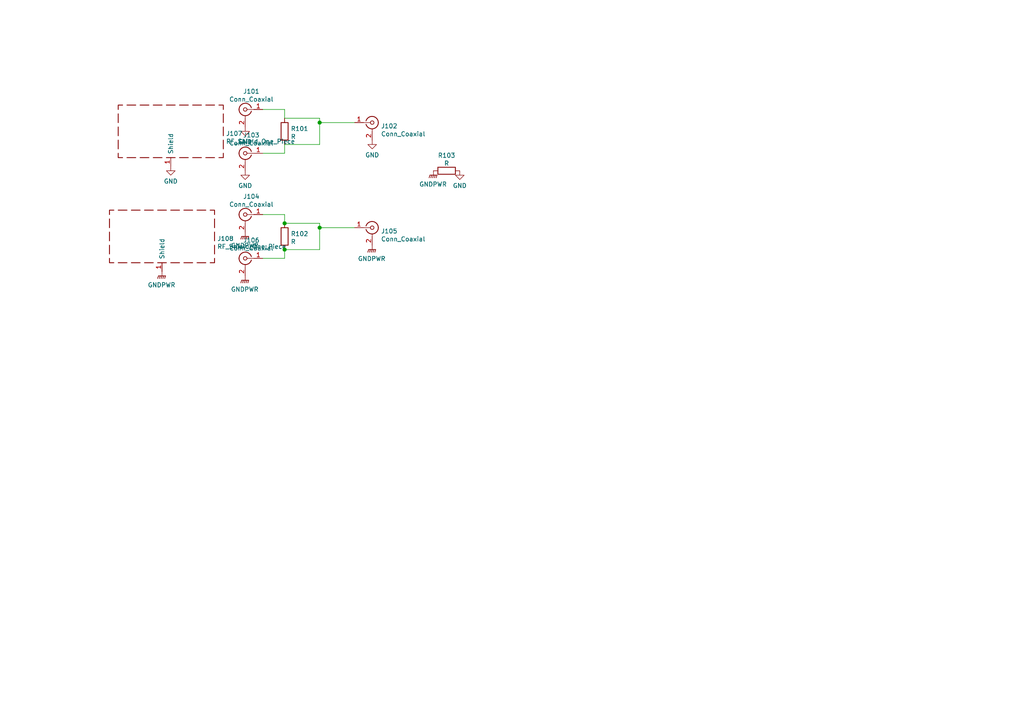
<source format=kicad_sch>
(kicad_sch (version 20210406) (generator eeschema)
  (paper "A4")
  (lib_symbols
    (symbol "Connector:Conn_Coaxial" (pin_names (offset 1.016) hide)
      (property "Reference" "J" (at 0.254 3.048 0))
      (property "Value" "Conn_Coaxial" (at 2.921 0 90))
      (symbol "Conn_Coaxial_0_1"
        (arc (start -1.778 0.508) (end 1.778 0) (radius (at -0.0508 0) (length 1.8034) (angles 163.6 0)) (stroke (width 0.254)))
        (arc (start 1.778 0) (end -1.778 -0.508) (radius (at -0.0254 0) (length 1.8034) (angles 0 -163.8)) (stroke (width 0.254)))
        (circle (center 0 0) (radius 0.508) (stroke (width 0.2032)))
        (polyline (pts (xy -2.54 0) (xy -0.508 0)))
        (polyline (pts (xy 0 -2.54) (xy 0 -1.778)))
      )
      (symbol "Conn_Coaxial_1_1"
        (pin passive line (at -5.08 0 0) (length 2.54) (name "In") (number "1"))
        (pin passive line (at 0 -5.08 90) (length 2.54) (name "Ext") (number "2"))
      )
    )
    (symbol "Device:R" (pin_numbers hide) (pin_names (offset 0))
      (property "Reference" "R" (at 2.032 0 90))
      (property "Value" "R" (at 0 0 90))
      (symbol "R_0_1"
        (rectangle (start -1.016 -2.54) (end 1.016 2.54) (stroke (width 0.254)))
      )
      (symbol "R_1_1"
        (pin passive line (at 0 3.81 270) (length 1.27) (name "~") (number "1"))
        (pin passive line (at 0 -3.81 90) (length 1.27) (name "~") (number "2"))
      )
    )
    (symbol "Device:RF_Shield_One_Piece" (pin_names (offset 1.016))
      (property "Reference" "J" (at 0 5.08 0))
      (property "Value" "RF_Shield_One_Piece" (at 0 2.54 0))
      (symbol "RF_Shield_One_Piece_0_1"
        (polyline (pts (xy -15.24 -5.08) (xy -15.24 -2.54)) (stroke (width 0.254)))
        (polyline (pts (xy -15.24 -1.27) (xy -15.24 1.27)) (stroke (width 0.254)))
        (polyline (pts (xy -15.24 2.54) (xy -15.24 5.08)) (stroke (width 0.254)))
        (polyline (pts (xy -12.7 7.62) (xy -10.16 7.62)) (stroke (width 0.254)))
        (polyline (pts (xy -10.16 -7.62) (xy -12.7 -7.62)) (stroke (width 0.254)))
        (polyline (pts (xy -6.35 -7.62) (xy -8.89 -7.62)) (stroke (width 0.254)))
        (polyline (pts (xy -6.35 7.62) (xy -8.89 7.62)) (stroke (width 0.254)))
        (polyline (pts (xy -2.54 -7.62) (xy -5.08 -7.62)) (stroke (width 0.254)))
        (polyline (pts (xy -2.54 7.62) (xy -5.08 7.62)) (stroke (width 0.254)))
        (polyline (pts (xy -1.27 -7.62) (xy 1.27 -7.62)) (stroke (width 0.254)))
        (polyline (pts (xy 1.27 7.62) (xy -1.27 7.62)) (stroke (width 0.254)))
        (polyline (pts (xy 2.54 -7.62) (xy 5.08 -7.62)) (stroke (width 0.254)))
        (polyline (pts (xy 5.08 7.62) (xy 2.54 7.62)) (stroke (width 0.254)))
        (polyline (pts (xy 6.35 -7.62) (xy 8.89 -7.62)) (stroke (width 0.254)))
        (polyline (pts (xy 8.89 7.62) (xy 6.35 7.62)) (stroke (width 0.254)))
        (polyline (pts (xy 10.16 -7.62) (xy 12.7 -7.62)) (stroke (width 0.254)))
        (polyline (pts (xy 12.7 7.62) (xy 10.16 7.62)) (stroke (width 0.254)))
        (polyline (pts (xy 15.24 -5.08) (xy 15.24 -2.54)) (stroke (width 0.254)))
        (polyline (pts (xy 15.24 -1.27) (xy 15.24 1.27)) (stroke (width 0.254)))
        (polyline (pts (xy 15.24 2.54) (xy 15.24 5.08)) (stroke (width 0.254)))
        (polyline (pts (xy -15.24 6.35) (xy -15.24 7.62) (xy -13.97 7.62)) (stroke (width 0.254)))
        (polyline (pts (xy -13.97 -7.62) (xy -15.24 -7.62) (xy -15.24 -6.35)) (stroke (width 0.254)))
        (polyline (pts (xy 13.97 -7.62) (xy 15.24 -7.62) (xy 15.24 -6.35)) (stroke (width 0.254)))
        (polyline (pts (xy 15.24 6.35) (xy 15.24 7.62) (xy 13.97 7.62)) (stroke (width 0.254)))
      )
      (symbol "RF_Shield_One_Piece_1_1"
        (pin passive line (at 0 -10.16 90) (length 2.54) (name "Shield") (number "1"))
      )
    )
    (symbol "power:GND" (power) (pin_names (offset 0))
      (property "Value" "GND" (at 0 -3.81 0))
      (symbol "GND_0_1"
        (polyline (pts (xy 0 0) (xy 0 -1.27) (xy 1.27 -1.27) (xy 0 -2.54) (xy -1.27 -1.27) (xy 0 -1.27)))
      )
      (symbol "GND_1_1"
        (pin power_in line (at 0 0 270) (length 0) hide (name "GND") (number "1"))
      )
    )
    (symbol "power:GNDPWR" (power) (pin_names (offset 0))
      (property "Value" "GNDPWR" (at 0 -3.302 0))
      (symbol "GNDPWR_0_1"
        (polyline (pts (xy 0 -1.27) (xy 0 0)))
        (polyline (pts (xy -1.016 -1.27) (xy -1.27 -2.032) (xy -1.27 -2.032)) (stroke (width 0.2032)))
        (polyline (pts (xy -0.508 -1.27) (xy -0.762 -2.032) (xy -0.762 -2.032)) (stroke (width 0.2032)))
        (polyline (pts (xy 0 -1.27) (xy -0.254 -2.032) (xy -0.254 -2.032)) (stroke (width 0.2032)))
        (polyline (pts (xy 0.508 -1.27) (xy 0.254 -2.032) (xy 0.254 -2.032)) (stroke (width 0.2032)))
        (polyline (pts (xy 1.016 -1.27) (xy -1.016 -1.27) (xy -1.016 -1.27)) (stroke (width 0.2032)))
        (polyline (pts (xy 1.016 -1.27) (xy 0.762 -2.032) (xy 0.762 -2.032) (xy 0.762 -2.032)) (stroke (width 0.2032)))
      )
      (symbol "GNDPWR_1_1"
        (pin power_in line (at 0 0 270) (length 0) hide (name "GNDPWR") (number "1"))
      )
    )
  )
  (junction (at 82.55 64.77) (diameter 1.016))
  (junction (at 82.55 72.39) (diameter 1.016))
  (junction (at 92.71 35.56) (diameter 1.016))
  (junction (at 92.71 66.04) (diameter 1.016))
  (wire (pts (xy 76.2 31.75) (xy 82.55 31.75)))
  (wire (pts (xy 76.2 62.23) (xy 82.55 62.23)))
  (wire (pts (xy 82.55 31.75) (xy 82.55 34.29)))
  (wire (pts (xy 82.55 34.29) (xy 92.71 34.29)))
  (wire (pts (xy 82.55 41.91) (xy 82.55 44.45)))
  (wire (pts (xy 82.55 44.45) (xy 76.2 44.45)))
  (wire (pts (xy 82.55 62.23) (xy 82.55 64.77)))
  (wire (pts (xy 82.55 64.77) (xy 92.71 64.77)))
  (wire (pts (xy 82.55 72.39) (xy 82.55 74.93)))
  (wire (pts (xy 82.55 74.93) (xy 76.2 74.93)))
  (wire (pts (xy 92.71 34.29) (xy 92.71 35.56)))
  (wire (pts (xy 92.71 35.56) (xy 92.71 41.91)))
  (wire (pts (xy 92.71 35.56) (xy 102.87 35.56)))
  (wire (pts (xy 92.71 41.91) (xy 82.55 41.91)))
  (wire (pts (xy 92.71 64.77) (xy 92.71 66.04)))
  (wire (pts (xy 92.71 66.04) (xy 92.71 72.39)))
  (wire (pts (xy 92.71 66.04) (xy 102.87 66.04)))
  (wire (pts (xy 92.71 72.39) (xy 82.55 72.39)))
  (symbol (lib_id "power:GNDPWR") (at 46.99 78.74 0) (unit 1)
    (property "Reference" "#PWR0109" (effects hide))
    (property "Value" "GNDPWR" (at 46.863 82.658 0))
  )
  (symbol (lib_id "power:GNDPWR") (at 71.12 67.31 0) (unit 1)
    (property "Reference" "#PWR0107" (effects hide))
    (property "Value" "GNDPWR" (at 70.993 71.228 0))
  )
  (symbol (lib_id "power:GNDPWR") (at 71.12 80.01 0) (unit 1)
    (property "Reference" "#PWR0110" (effects hide))
    (property "Value" "GNDPWR" (at 70.993 83.928 0))
  )
  (symbol (lib_id "power:GNDPWR") (at 107.95 71.12 0) (unit 1)
    (property "Reference" "#PWR0108" (effects hide))
    (property "Value" "GNDPWR" (at 107.823 75.038 0))
  )
  (symbol (lib_id "power:GNDPWR") (at 125.73 49.53 0) (unit 1)
    (property "Reference" "#PWR0105" (effects hide))
    (property "Value" "GNDPWR" (at 125.603 53.448 0))
  )
  (symbol (lib_id "power:GND") (at 49.53 48.26 0) (unit 1)
    (property "Reference" "#PWR0104" (effects hide))
    (property "Value" "GND" (at 49.53 52.5844 0))
  )
  (symbol (lib_id "power:GND") (at 71.12 36.83 0) (unit 1)
    (property "Reference" "#PWR0101" (effects hide))
    (property "Value" "GND" (at 71.12 41.1544 0))
  )
  (symbol (lib_id "power:GND") (at 71.12 49.53 0) (unit 1)
    (property "Reference" "#PWR0103" (effects hide))
    (property "Value" "GND" (at 71.12 53.8544 0))
  )
  (symbol (lib_id "power:GND") (at 107.95 40.64 0) (unit 1)
    (property "Reference" "#PWR0102" (effects hide))
    (property "Value" "GND" (at 107.95 44.9644 0))
  )
  (symbol (lib_id "power:GND") (at 133.35 49.53 0) (unit 1)
    (property "Reference" "#PWR0106" (effects hide))
    (property "Value" "GND" (at 133.35 53.8544 0))
  )
  (symbol (lib_id "Device:R") (at 82.55 38.1 0) (unit 1)
    (property "Reference" "R101" (at 84.3281 37.3391 0) (effects (justify left)))
    (property "Value" "R" (at 84.3281 39.6378 0) (effects (justify left)))
    (property "Footprint" "Resistor_SMD:R_0805_2012Metric" (effects hide))
  )
  (symbol (lib_id "Device:R") (at 82.55 68.58 0) (unit 1)
    (property "Reference" "R102" (at 84.3281 67.8191 0) (effects (justify left)))
    (property "Value" "R" (at 84.3281 70.1178 0) (effects (justify left)))
    (property "Footprint" "Resistor_SMD:R_0805_2012Metric" (effects hide))
  )
  (symbol (lib_id "Device:R") (at 129.54 49.53 90) (unit 1)
    (property "Reference" "R103" (at 129.54 45.0808 90))
    (property "Value" "R" (at 129.54 47.3795 90))
    (property "Footprint" "Resistor_SMD:R_0805_2012Metric" (effects hide))
  )
  (symbol (lib_id "Connector:Conn_Coaxial") (at 71.12 31.75 0) (mirror y) (unit 1)
    (property "Reference" "J101" (at 72.898 26.5134 0))
    (property "Value" "Conn_Coaxial" (at 72.898 28.8121 0))
    (property "Footprint" "Connector_Coaxial:SMA_Amphenol_132134-10_Vertical" (effects hide))
    (property "Datasheet" " ~" (effects hide))
  )
  (symbol (lib_id "Connector:Conn_Coaxial") (at 71.12 44.45 0) (mirror y) (unit 1)
    (property "Reference" "J103" (at 72.898 39.2134 0))
    (property "Value" "Conn_Coaxial" (at 72.898 41.5121 0))
    (property "Footprint" "Connector_Coaxial:SMA_Amphenol_132134-10_Vertical" (effects hide))
    (property "Datasheet" " ~" (effects hide))
  )
  (symbol (lib_id "Connector:Conn_Coaxial") (at 71.12 62.23 0) (mirror y) (unit 1)
    (property "Reference" "J104" (at 72.898 56.9934 0))
    (property "Value" "Conn_Coaxial" (at 72.898 59.2921 0))
    (property "Footprint" "Connector_Coaxial:SMA_Amphenol_132134-10_Vertical" (effects hide))
    (property "Datasheet" " ~" (effects hide))
  )
  (symbol (lib_id "Connector:Conn_Coaxial") (at 71.12 74.93 0) (mirror y) (unit 1)
    (property "Reference" "J106" (at 72.898 69.6934 0))
    (property "Value" "Conn_Coaxial" (at 72.898 71.9921 0))
    (property "Footprint" "Connector_Coaxial:SMA_Amphenol_132134-10_Vertical" (effects hide))
    (property "Datasheet" " ~" (effects hide))
  )
  (symbol (lib_id "Connector:Conn_Coaxial") (at 107.95 35.56 0) (unit 1)
    (property "Reference" "J102" (at 110.4901 36.5644 0) (effects (justify left)))
    (property "Value" "Conn_Coaxial" (at 110.4901 38.8631 0) (effects (justify left)))
    (property "Footprint" "Connector_Coaxial:SMA_Amphenol_132134-10_Vertical" (effects hide))
    (property "Datasheet" " ~" (effects hide))
  )
  (symbol (lib_id "Connector:Conn_Coaxial") (at 107.95 66.04 0) (unit 1)
    (property "Reference" "J105" (at 110.4901 67.0444 0) (effects (justify left)))
    (property "Value" "Conn_Coaxial" (at 110.4901 69.3431 0) (effects (justify left)))
    (property "Footprint" "Connector_Coaxial:SMA_Amphenol_132134-10_Vertical" (effects hide))
    (property "Datasheet" " ~" (effects hide))
  )
  (symbol (lib_id "Device:RF_Shield_One_Piece") (at 46.99 68.58 0) (unit 1)
    (property "Reference" "J108" (at 62.9921 69.2161 0) (effects (justify left)))
    (property "Value" "RF_Shield_One_Piece" (at 62.9921 71.5148 0) (effects (justify left)))
    (property "Footprint" "RF_Shielding:Wuerth_36103305_30x30mm" (effects hide))
  )
  (symbol (lib_id "Device:RF_Shield_One_Piece") (at 49.53 38.1 0) (unit 1)
    (property "Reference" "J107" (at 65.5321 38.7361 0) (effects (justify left)))
    (property "Value" "RF_Shield_One_Piece" (at 65.5321 41.0348 0) (effects (justify left)))
    (property "Footprint" "RF_Shielding:Wuerth_36103605_60x60mm" (effects hide))
  )
)
</source>
